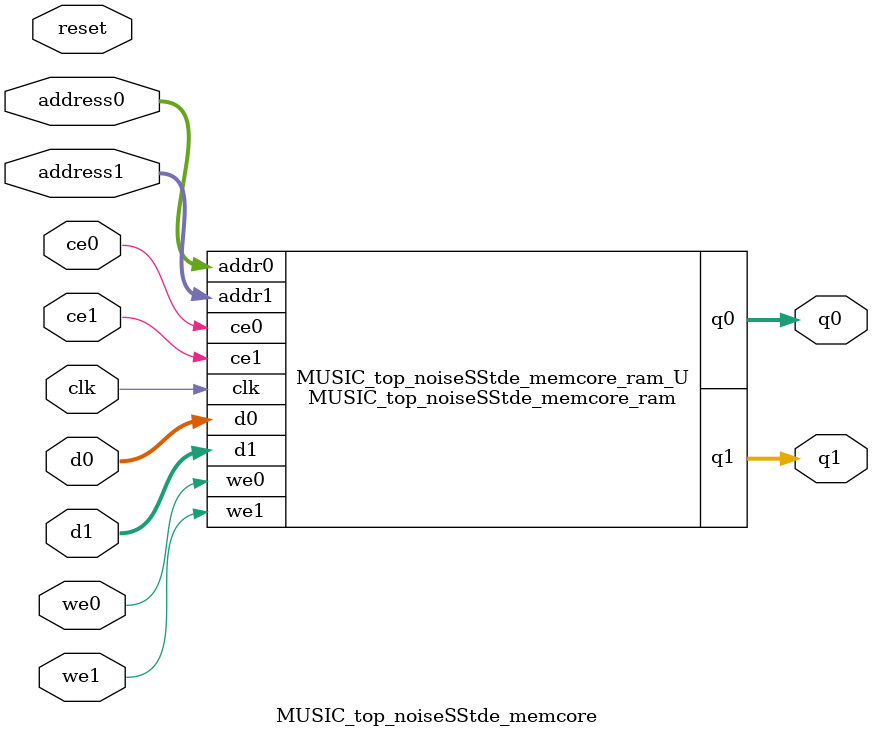
<source format=v>
`timescale 1 ns / 1 ps
module MUSIC_top_noiseSStde_memcore_ram (addr0, ce0, d0, we0, q0, addr1, ce1, d1, we1, q1,  clk);

parameter DWIDTH = 32;
parameter AWIDTH = 8;
parameter MEM_SIZE = 196;

input[AWIDTH-1:0] addr0;
input ce0;
input[DWIDTH-1:0] d0;
input we0;
output reg[DWIDTH-1:0] q0;
input[AWIDTH-1:0] addr1;
input ce1;
input[DWIDTH-1:0] d1;
input we1;
output reg[DWIDTH-1:0] q1;
input clk;

(* ram_style = "block" *)reg [DWIDTH-1:0] ram[0:MEM_SIZE-1];




always @(posedge clk)  
begin 
    if (ce0) 
    begin
        if (we0) 
        begin 
            ram[addr0] <= d0; 
        end 
        q0 <= ram[addr0];
    end
end


always @(posedge clk)  
begin 
    if (ce1) 
    begin
        if (we1) 
        begin 
            ram[addr1] <= d1; 
        end 
        q1 <= ram[addr1];
    end
end


endmodule

`timescale 1 ns / 1 ps
module MUSIC_top_noiseSStde_memcore(
    reset,
    clk,
    address0,
    ce0,
    we0,
    d0,
    q0,
    address1,
    ce1,
    we1,
    d1,
    q1);

parameter DataWidth = 32'd32;
parameter AddressRange = 32'd196;
parameter AddressWidth = 32'd8;
input reset;
input clk;
input[AddressWidth - 1:0] address0;
input ce0;
input we0;
input[DataWidth - 1:0] d0;
output[DataWidth - 1:0] q0;
input[AddressWidth - 1:0] address1;
input ce1;
input we1;
input[DataWidth - 1:0] d1;
output[DataWidth - 1:0] q1;



MUSIC_top_noiseSStde_memcore_ram MUSIC_top_noiseSStde_memcore_ram_U(
    .clk( clk ),
    .addr0( address0 ),
    .ce0( ce0 ),
    .we0( we0 ),
    .d0( d0 ),
    .q0( q0 ),
    .addr1( address1 ),
    .ce1( ce1 ),
    .we1( we1 ),
    .d1( d1 ),
    .q1( q1 ));

endmodule


</source>
